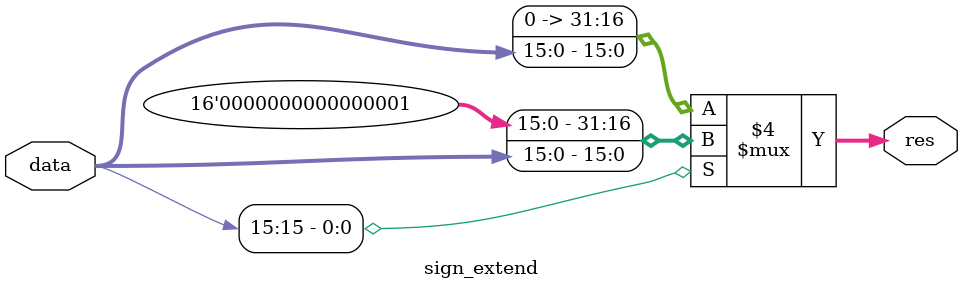
<source format=v>
module sign_extend(input [15:0] data, output reg[31:0] res);

always @(*)begin

	if (data[15] == 0)
		res <= {{16{0}},data};
        else 
		res <= {{16{1}},data};

end
endmodule 		
</source>
